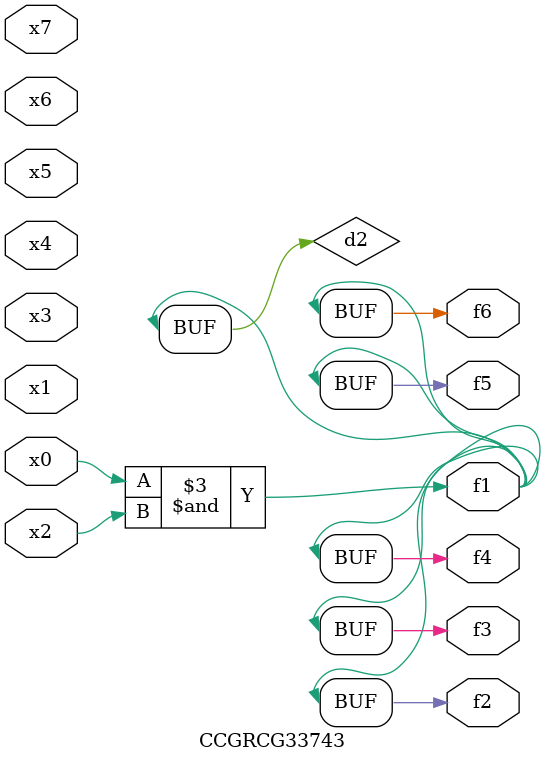
<source format=v>
module CCGRCG33743(
	input x0, x1, x2, x3, x4, x5, x6, x7,
	output f1, f2, f3, f4, f5, f6
);

	wire d1, d2;

	nor (d1, x3, x6);
	and (d2, x0, x2);
	assign f1 = d2;
	assign f2 = d2;
	assign f3 = d2;
	assign f4 = d2;
	assign f5 = d2;
	assign f6 = d2;
endmodule

</source>
